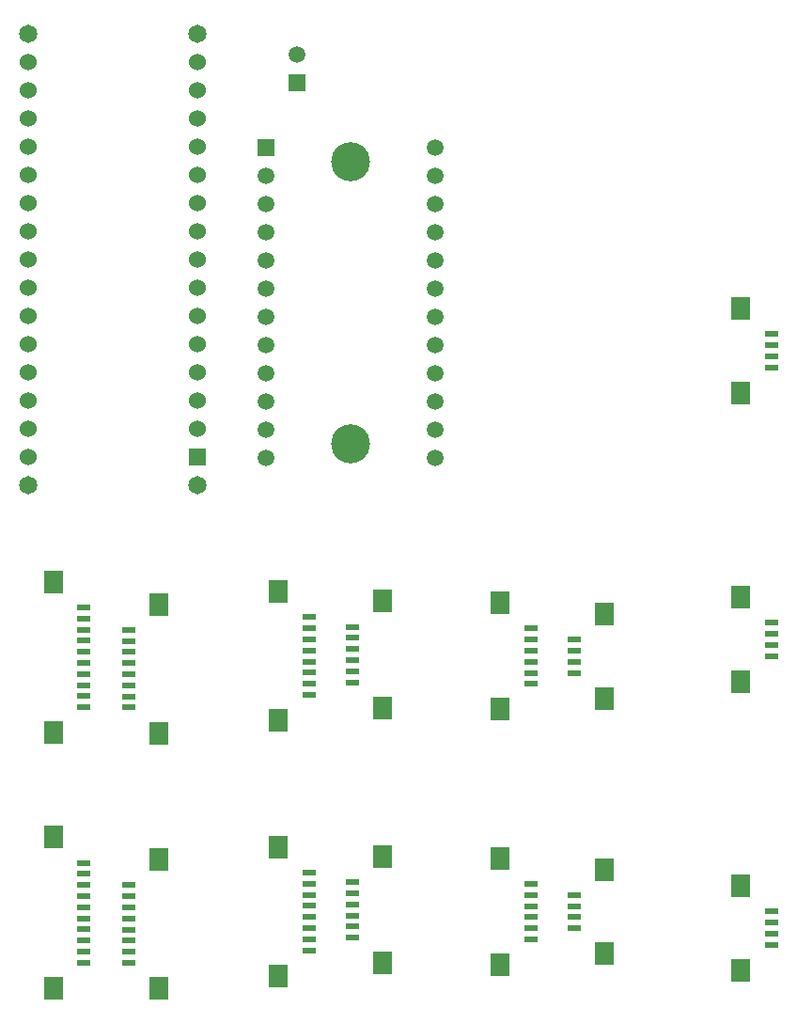
<source format=gbr>
%TF.GenerationSoftware,Altium Limited,Altium Designer,24.3.1 (35)*%
G04 Layer_Color=255*
%FSLAX45Y45*%
%MOMM*%
%TF.SameCoordinates,065391E9-2A1D-4ECE-AA0D-878B158C5FC5*%
%TF.FilePolarity,Positive*%
%TF.FileFunction,Pads,Bot*%
%TF.Part,CustomerPanel*%
G01*
G75*
%TA.AperFunction,SMDPad,CuDef*%
%ADD10R,1.80000X2.00000*%
%ADD11R,1.30000X0.60000*%
%TA.AperFunction,ComponentPad*%
%ADD18C,1.50800*%
%ADD19R,1.50800X1.50800*%
%ADD20C,1.65100*%
%ADD21C,1.52400*%
%ADD22R,1.52400X1.52400*%
%ADD23C,3.51600*%
%ADD24R,1.50800X1.50800*%
D10*
X406400Y1569004D02*
D03*
Y209001D02*
D03*
X1358900Y207401D02*
D03*
Y1367399D02*
D03*
X406400Y3869004D02*
D03*
Y2509001D02*
D03*
X1358900Y2507401D02*
D03*
Y3667399D02*
D03*
X3370000Y1394399D02*
D03*
Y434401D02*
D03*
X2431800Y1481699D02*
D03*
Y321701D02*
D03*
X3370000Y3694399D02*
D03*
Y2734401D02*
D03*
X2431800Y3781699D02*
D03*
Y2621701D02*
D03*
X6596900Y370001D02*
D03*
Y1130004D02*
D03*
Y2970001D02*
D03*
Y3730004D02*
D03*
Y5570001D02*
D03*
Y6330005D02*
D03*
X4431800Y1379999D02*
D03*
Y420001D02*
D03*
X5371600Y520001D02*
D03*
Y1279999D02*
D03*
X4431800Y3679999D02*
D03*
Y2720001D02*
D03*
X5371600Y2820001D02*
D03*
Y3579999D02*
D03*
D11*
X681401Y439003D02*
D03*
Y539003D02*
D03*
Y639003D02*
D03*
Y739003D02*
D03*
Y839003D02*
D03*
Y939002D02*
D03*
Y1039002D02*
D03*
Y1139002D02*
D03*
Y1239002D02*
D03*
Y1339002D02*
D03*
X1083899Y1137397D02*
D03*
Y1037397D02*
D03*
Y937397D02*
D03*
Y837397D02*
D03*
Y737398D02*
D03*
Y637398D02*
D03*
Y537398D02*
D03*
Y437398D02*
D03*
X681401Y2739003D02*
D03*
Y2839003D02*
D03*
Y2939003D02*
D03*
Y3039003D02*
D03*
Y3139003D02*
D03*
Y3239002D02*
D03*
Y3339002D02*
D03*
Y3439002D02*
D03*
Y3539002D02*
D03*
Y3639002D02*
D03*
X1083899Y3437397D02*
D03*
Y3337397D02*
D03*
Y3237397D02*
D03*
Y3137397D02*
D03*
Y3037398D02*
D03*
Y2937398D02*
D03*
Y2837398D02*
D03*
Y2737398D02*
D03*
X3094999Y664398D02*
D03*
Y764398D02*
D03*
Y864403D02*
D03*
Y964402D02*
D03*
Y1064402D02*
D03*
Y1164402D02*
D03*
X2706801Y551698D02*
D03*
Y651698D02*
D03*
Y751698D02*
D03*
Y851703D02*
D03*
Y951702D02*
D03*
Y1051702D02*
D03*
Y1151702D02*
D03*
Y1251702D02*
D03*
X3094999Y2964398D02*
D03*
Y3064398D02*
D03*
Y3164403D02*
D03*
Y3264402D02*
D03*
Y3364402D02*
D03*
Y3464402D02*
D03*
X2706801Y2851698D02*
D03*
Y2951698D02*
D03*
Y3051698D02*
D03*
Y3151703D02*
D03*
Y3251702D02*
D03*
Y3351702D02*
D03*
Y3451702D02*
D03*
Y3551702D02*
D03*
X6871901Y900002D02*
D03*
Y800002D02*
D03*
Y700003D02*
D03*
Y600003D02*
D03*
Y3500002D02*
D03*
Y3400003D02*
D03*
Y3300003D02*
D03*
Y3200003D02*
D03*
Y6100003D02*
D03*
Y6000003D02*
D03*
Y5900003D02*
D03*
Y5800003D02*
D03*
X4706801Y650003D02*
D03*
Y750003D02*
D03*
Y850003D02*
D03*
Y950002D02*
D03*
Y1050002D02*
D03*
Y1150002D02*
D03*
X5096599Y1050002D02*
D03*
Y950002D02*
D03*
Y850003D02*
D03*
Y750003D02*
D03*
X4706801Y2950003D02*
D03*
Y3050003D02*
D03*
Y3150003D02*
D03*
Y3250002D02*
D03*
Y3350002D02*
D03*
Y3450002D02*
D03*
X5096599Y3350002D02*
D03*
Y3250002D02*
D03*
Y3150003D02*
D03*
Y3050003D02*
D03*
D18*
X2603500Y8614800D02*
D03*
X3848100Y7776600D02*
D03*
Y7522600D02*
D03*
Y7268600D02*
D03*
Y7014600D02*
D03*
Y6760600D02*
D03*
Y6506600D02*
D03*
Y6252600D02*
D03*
Y5998600D02*
D03*
Y5744600D02*
D03*
Y5490600D02*
D03*
Y5236600D02*
D03*
Y4982600D02*
D03*
X2324100D02*
D03*
Y5236600D02*
D03*
Y5490600D02*
D03*
Y5744600D02*
D03*
Y5998600D02*
D03*
Y6252600D02*
D03*
Y6506600D02*
D03*
Y6760600D02*
D03*
Y7014600D02*
D03*
Y7268600D02*
D03*
Y7522600D02*
D03*
D19*
X2603500Y8364800D02*
D03*
D20*
X1701800Y8806001D02*
D03*
X177800D02*
D03*
Y4742001D02*
D03*
X1701800D02*
D03*
D21*
X177800Y4996001D02*
D03*
Y5250001D02*
D03*
Y5504001D02*
D03*
Y5758001D02*
D03*
Y6012001D02*
D03*
Y6266001D02*
D03*
Y6520001D02*
D03*
Y6774001D02*
D03*
Y7028001D02*
D03*
Y7282001D02*
D03*
Y7536001D02*
D03*
Y7790001D02*
D03*
Y8044001D02*
D03*
Y8298001D02*
D03*
Y8552001D02*
D03*
X1701800D02*
D03*
Y8298001D02*
D03*
Y8044001D02*
D03*
Y7790001D02*
D03*
Y7536001D02*
D03*
Y7282001D02*
D03*
Y7028001D02*
D03*
Y6774001D02*
D03*
Y6520001D02*
D03*
Y6266001D02*
D03*
Y6012001D02*
D03*
Y5758001D02*
D03*
Y5504001D02*
D03*
Y5250001D02*
D03*
D22*
Y4996001D02*
D03*
D23*
X3086100Y5109600D02*
D03*
Y7649600D02*
D03*
D24*
X2324100Y7776600D02*
D03*
%TF.MD5,744857370c09dc071a2f88f434bef7b0*%
M02*

</source>
